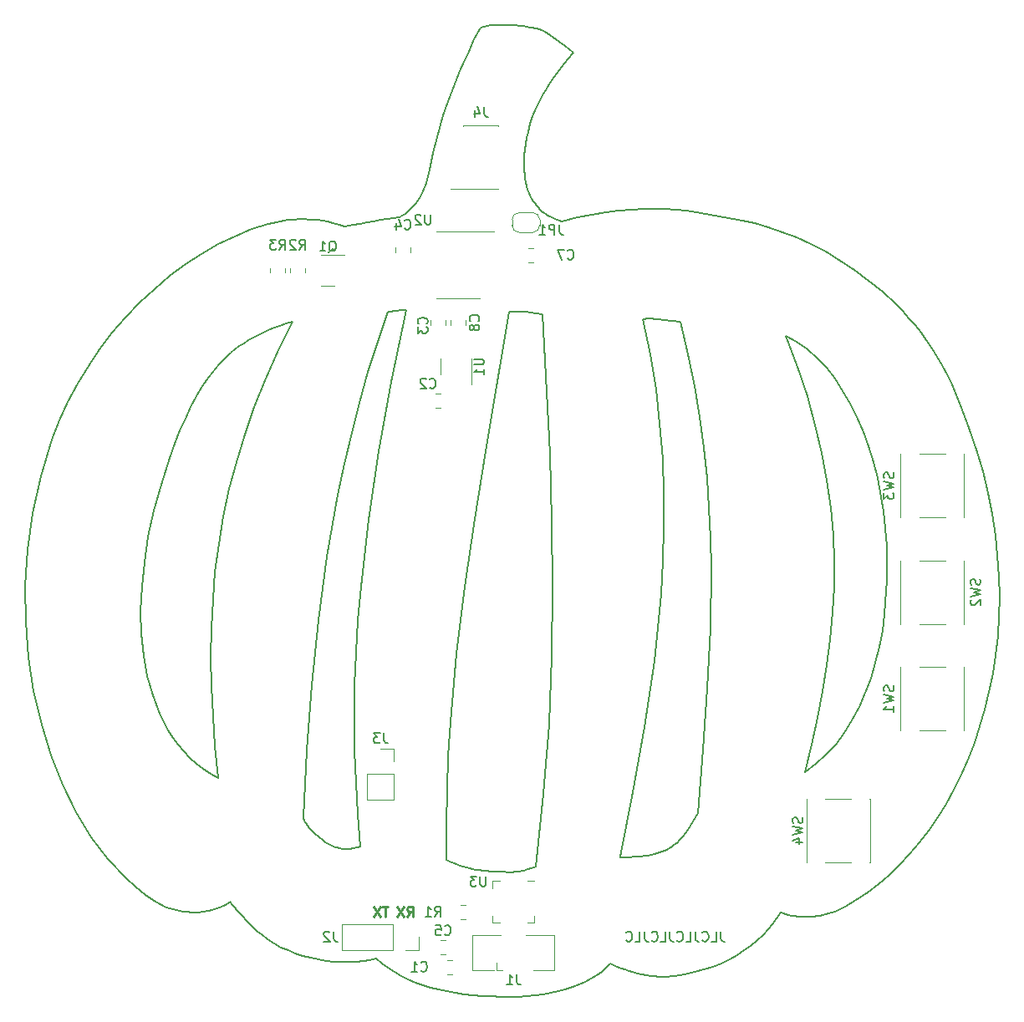
<source format=gbr>
%TF.GenerationSoftware,KiCad,Pcbnew,(6.0.7)*%
%TF.CreationDate,2022-10-09T21:09:45+01:00*%
%TF.ProjectId,Shocksoc-Pumpkin,53686f63-6b73-46f6-932d-50756d706b69,rev?*%
%TF.SameCoordinates,Original*%
%TF.FileFunction,Legend,Bot*%
%TF.FilePolarity,Positive*%
%FSLAX46Y46*%
G04 Gerber Fmt 4.6, Leading zero omitted, Abs format (unit mm)*
G04 Created by KiCad (PCBNEW (6.0.7)) date 2022-10-09 21:09:45*
%MOMM*%
%LPD*%
G01*
G04 APERTURE LIST*
%TA.AperFunction,Profile*%
%ADD10C,0.150000*%
%TD*%
%ADD11C,0.250000*%
%ADD12C,0.150000*%
%ADD13C,0.120000*%
G04 APERTURE END LIST*
D10*
X88189277Y-46285822D02*
X87886851Y-47554035D01*
X125789109Y-67477498D02*
X124735935Y-66723644D01*
X83358959Y-63667797D02*
X83281100Y-63689672D01*
X136064447Y-64298760D02*
X135427679Y-63596789D01*
X64579406Y-109966272D02*
X65309041Y-110450512D01*
X89223148Y-115660991D02*
X89248518Y-119217241D01*
X92683768Y-34827859D02*
X92683768Y-34827858D01*
X96672766Y-120360524D02*
X96826444Y-120330646D01*
X115209995Y-108049459D02*
X115650942Y-101819612D01*
X77126100Y-117480639D02*
X77297763Y-117580293D01*
X134773521Y-62921139D02*
X133419365Y-61648193D01*
X93293460Y-120310097D02*
X93692227Y-120342190D01*
X100557371Y-132518967D02*
X101284916Y-132321281D01*
X82549437Y-54369001D02*
X81883311Y-54477878D01*
X71200966Y-54746301D02*
X71200966Y-54746301D01*
X144508272Y-84166093D02*
X144082730Y-82002922D01*
X87638472Y-48821475D02*
X87564466Y-49212751D01*
X97124668Y-120252507D02*
X97443625Y-120149166D01*
X65785982Y-107710346D02*
X65568704Y-104615945D01*
X135132861Y-119709457D02*
X136152517Y-118618545D01*
X111561753Y-118131427D02*
X111781962Y-118014446D01*
X92059039Y-36066917D02*
X91394153Y-37479069D01*
X111288176Y-131020166D02*
X112349518Y-130931969D01*
X61191239Y-124110602D02*
X61546892Y-124216903D01*
X66234449Y-68952796D02*
X65872344Y-69363858D01*
X75102174Y-115615590D02*
X75158719Y-115693020D01*
X125509825Y-110298578D02*
X125509825Y-110298578D01*
X66635752Y-84406780D02*
X67225429Y-81626087D01*
X125188964Y-124959591D02*
X125425703Y-124969853D01*
X114353058Y-71158841D02*
X113708452Y-67946539D01*
X83309127Y-130147434D02*
X83956768Y-130571939D01*
X74921528Y-115340669D02*
X75003130Y-115470988D01*
X72385471Y-54479966D02*
X71995996Y-54554394D01*
X143553875Y-79816000D02*
X142918571Y-77607809D01*
X106833888Y-118884706D02*
X106833888Y-118884706D01*
X82102000Y-129168657D02*
X82102000Y-129168657D01*
X110264785Y-118603143D02*
X110552580Y-118524572D01*
X79703811Y-118036947D02*
X79909987Y-117996771D01*
X94102570Y-34608740D02*
X93748031Y-34645396D01*
X87291111Y-50274263D02*
X87185374Y-50592101D01*
X88536082Y-45028228D02*
X88189277Y-46285822D01*
X74804462Y-115125796D02*
X74855820Y-115225362D01*
X66308667Y-123986171D02*
X66614031Y-123849320D01*
X129104146Y-58445159D02*
X127623696Y-57578672D01*
X85786627Y-53042883D02*
X85531267Y-53308761D01*
X120080801Y-127869660D02*
X120709963Y-127348288D01*
X98257437Y-43116328D02*
X98597932Y-42392870D01*
X123053420Y-124488313D02*
X123185703Y-124544458D01*
X74765908Y-115042699D02*
X74804462Y-115125796D01*
X97359141Y-46051882D02*
X97491362Y-45404430D01*
X71786355Y-65267185D02*
X71222462Y-65491988D01*
X91881369Y-120110772D02*
X92213551Y-120172730D01*
X90921951Y-119866007D02*
X91238872Y-119958153D01*
X58754494Y-122711766D02*
X59777837Y-123394284D01*
X75558969Y-54319242D02*
X75241890Y-54300953D01*
X76413659Y-116966539D02*
X76413659Y-116966539D01*
X95051154Y-120407770D02*
X95051154Y-120407770D01*
X51732572Y-114362863D02*
X53268630Y-116883490D01*
X132876368Y-80528240D02*
X132462784Y-78899898D01*
X89324153Y-42590450D02*
X88917597Y-43792641D01*
X98792211Y-35092614D02*
X98676973Y-35045907D01*
X140626173Y-112075343D02*
X141374029Y-110566353D01*
X109750354Y-64354843D02*
X109136588Y-64369071D01*
X112937727Y-64675594D02*
X112937727Y-64675601D01*
X99610418Y-105434348D02*
X99900165Y-98521685D01*
X143771340Y-103945315D02*
X144206460Y-102156199D01*
X107257504Y-118929545D02*
X107430103Y-118925584D01*
X134078881Y-120722001D02*
X135132861Y-119709457D01*
X112886345Y-117171229D02*
X113188259Y-116841213D01*
X132686756Y-99247149D02*
X133079292Y-97640398D01*
X100947157Y-54481130D02*
X100947157Y-54481130D01*
X106821978Y-118914012D02*
X106834435Y-118916991D01*
X106812888Y-118893138D02*
X106808895Y-118895757D01*
X58372679Y-91535337D02*
X58277631Y-93953218D01*
X74914753Y-54289929D02*
X74578063Y-54286930D01*
X95051154Y-120407770D02*
X95375849Y-120417642D01*
X90280251Y-119646333D02*
X90603511Y-119762314D01*
X79950053Y-101503111D02*
X80074730Y-98198890D01*
X61042839Y-106035884D02*
X61532254Y-106805297D01*
X98965302Y-41697633D02*
X99350128Y-41035779D01*
X70679422Y-65730910D02*
X70156501Y-65984207D01*
X110965009Y-92300102D02*
X110668681Y-95685547D01*
X128093077Y-96799019D02*
X127749095Y-99441503D01*
X106813190Y-118910928D02*
X106821978Y-118914012D01*
X72979638Y-64858920D02*
X72371836Y-65056247D01*
X99459496Y-35450101D02*
X99177454Y-35285366D01*
X100134489Y-39832858D02*
X100875681Y-38825390D01*
X97953233Y-43862848D02*
X98257437Y-43116328D01*
X61179970Y-60038061D02*
X59639602Y-61334445D01*
X95527484Y-34574741D02*
X95169654Y-34566962D01*
X109136588Y-64369071D02*
X109136588Y-64369071D01*
X97336944Y-63688964D02*
X97101910Y-63664435D01*
X97694736Y-44627268D02*
X97953233Y-43862848D01*
X113971918Y-115727186D02*
X114210670Y-115319958D01*
X105409461Y-130144061D02*
X105837664Y-129724214D01*
X107430103Y-118925584D02*
X107640236Y-118918492D01*
X75358766Y-115944730D02*
X75436230Y-116034804D01*
X77222051Y-54539058D02*
X76716644Y-54449879D01*
X84483064Y-54083037D02*
X84482079Y-54088246D01*
X85337228Y-131300477D02*
X86068855Y-131608228D01*
X114687285Y-114461465D02*
X114687285Y-114461465D01*
X83281100Y-63689672D02*
X82243592Y-66725337D01*
X74708817Y-114889573D02*
X74708817Y-114889573D01*
X99695265Y-53994739D02*
X99499775Y-53882076D01*
X132993713Y-121653693D02*
X134078881Y-120722001D01*
X76951753Y-117369909D02*
X77126100Y-117480639D01*
X47436459Y-102123326D02*
X48204372Y-105451841D01*
X56794039Y-121085403D02*
X57759292Y-121940995D01*
X106834435Y-118916991D02*
X106851001Y-118919814D01*
X84479517Y-54098745D02*
X83201889Y-54270385D01*
X80535082Y-117808259D02*
X80250089Y-114565814D01*
X99754497Y-35636709D02*
X99459496Y-35450101D01*
X113374407Y-130783041D02*
X114361338Y-130577252D01*
X80549289Y-91522756D02*
X81310388Y-84735945D01*
X84483971Y-54077837D02*
X84483064Y-54083037D01*
X76272302Y-129288710D02*
X77061677Y-129412521D01*
X106804861Y-118904653D02*
X106807630Y-118907791D01*
X67225429Y-81626087D02*
X67941299Y-78846714D01*
X76149250Y-116742353D02*
X76277825Y-116853344D01*
X128490872Y-88883728D02*
X128471224Y-91530140D01*
X128471224Y-91530140D02*
X128336206Y-94165234D01*
X69168081Y-66534945D02*
X68701113Y-66832895D01*
X113466180Y-116489446D02*
X113725577Y-116117559D01*
X75703670Y-116322261D02*
X75805143Y-116423521D01*
X106367333Y-129943576D02*
X106958540Y-130165893D01*
X106805933Y-118898584D02*
X106804442Y-118901567D01*
X62792587Y-74461340D02*
X62256563Y-75709406D01*
X124541474Y-124892893D02*
X124746443Y-124920245D01*
X72179252Y-67574023D02*
X73610495Y-64674947D01*
X132014643Y-60478696D02*
X130572015Y-59411426D01*
X107010841Y-118929744D02*
X107118922Y-118930793D01*
X114515227Y-53549944D02*
X113521177Y-53420972D01*
X112376525Y-117621898D02*
X112554969Y-117477861D01*
X100947157Y-54481130D02*
X100622571Y-54388212D01*
X74578063Y-54286930D02*
X74232322Y-54292715D01*
X96975432Y-120294675D02*
X97124668Y-120252507D01*
X117079361Y-129657412D02*
X117899434Y-129262874D01*
X96331604Y-120402416D02*
X96509465Y-120384413D01*
X96248112Y-34621012D02*
X95886872Y-34592860D01*
X106851001Y-118919814D02*
X106872115Y-118922427D01*
X58277631Y-93953218D02*
X58341056Y-96276094D01*
X80535082Y-117808259D02*
X80535082Y-117808259D01*
X76160941Y-54374583D02*
X75558969Y-54319242D01*
X81310388Y-84735945D02*
X82341551Y-77813956D01*
X66609332Y-68558657D02*
X66234449Y-68952796D01*
X109470613Y-130868283D02*
X109934964Y-130945116D01*
X114879673Y-74320515D02*
X114353058Y-71158841D01*
X93212547Y-77752525D02*
X92093992Y-84638259D01*
X96523861Y-133057825D02*
X97377031Y-133011255D01*
X110825491Y-118437911D02*
X111084201Y-118343364D01*
X75003130Y-115470988D02*
X75050375Y-115541549D01*
X107118922Y-118930793D02*
X107257504Y-118929545D01*
X99911370Y-84917937D02*
X99697213Y-78073929D01*
X93393581Y-34693930D02*
X93038924Y-34754648D01*
X87564466Y-49212751D02*
X87481405Y-49585020D01*
X76595428Y-117113330D02*
X76774828Y-117247630D01*
X133394104Y-95989107D02*
X133632080Y-94301792D01*
X70132420Y-126454556D02*
X70497813Y-126762117D01*
X67762669Y-55989329D02*
X66068923Y-56816812D01*
X138076311Y-116211544D02*
X138974178Y-114900421D01*
X63240422Y-108845236D02*
X63889875Y-109430669D01*
X142918571Y-77607809D02*
X142173682Y-75380833D01*
X112554969Y-117477861D02*
X112886345Y-117171229D01*
X73933614Y-128666898D02*
X74702206Y-128916462D01*
X124166142Y-124827168D02*
X124541474Y-124892893D01*
X79621041Y-75934597D02*
X78897878Y-79042493D01*
X115832866Y-83581906D02*
X115611448Y-80524033D01*
X84486489Y-54064806D02*
X84485912Y-54067422D01*
X109961423Y-118673420D02*
X110264785Y-118603143D01*
X66078806Y-110881853D02*
X66078806Y-110881853D01*
X77632617Y-117748259D02*
X77795599Y-117817514D01*
X98470896Y-34983383D02*
X97717467Y-34827793D01*
X96623131Y-63659058D02*
X95596224Y-63673356D01*
X78853703Y-54980665D02*
X78396225Y-54829168D01*
X89248518Y-119217241D02*
X89606057Y-119374538D01*
X93788196Y-133017104D02*
X94761057Y-133056520D01*
X132462784Y-78899898D02*
X131981245Y-77320686D01*
X97345881Y-34762586D02*
X96977322Y-34706182D01*
X99017451Y-132825558D02*
X99800920Y-132687186D01*
X84479517Y-54098745D02*
X84479517Y-54098745D01*
X48204372Y-105451841D02*
X49185994Y-108619577D01*
X126641839Y-109475877D02*
X127688136Y-108531999D01*
X110024474Y-64361644D02*
X109750354Y-64354843D01*
X72371836Y-65056247D02*
X71786355Y-65267185D01*
X83448942Y-63647973D02*
X83358959Y-63667797D01*
X64074210Y-124496285D02*
X64609375Y-124444064D01*
X83281100Y-63689672D02*
X83281100Y-63689672D01*
X110434668Y-71508094D02*
X110848262Y-75035857D01*
X71995996Y-54554394D02*
X71600993Y-54642919D01*
X78704655Y-118056593D02*
X78978934Y-118080390D01*
X96134247Y-120414636D02*
X96331604Y-120402416D01*
X73610495Y-64674947D02*
X73610495Y-64674947D01*
X83956768Y-130571939D02*
X84633001Y-130955667D01*
X126747983Y-124892360D02*
X127037317Y-124845033D01*
X123346194Y-124604236D02*
X123565259Y-124675904D01*
X110396612Y-130998923D02*
X110624577Y-131015841D01*
X98914553Y-35148601D02*
X98792211Y-35092614D01*
X84487831Y-54059549D02*
X84487125Y-54062182D01*
X93692227Y-120342190D02*
X94115896Y-120368672D01*
X70497813Y-126762117D02*
X71110469Y-127232547D01*
X87073573Y-50892660D02*
X86956457Y-51176371D01*
X102086924Y-37388533D02*
X102086924Y-37388533D01*
X112494946Y-53318635D02*
X111431300Y-53248295D01*
X99108596Y-53616443D02*
X98915365Y-53461888D01*
X144082730Y-82002922D02*
X143553875Y-79816000D01*
X80275162Y-94873126D02*
X80549289Y-91522756D01*
X100358650Y-36051143D02*
X100056275Y-35839089D01*
X75220204Y-115773747D02*
X75286822Y-115857681D01*
X75158719Y-115693020D02*
X75220204Y-115773747D01*
X109641809Y-118735198D02*
X109961423Y-118673420D01*
X73145827Y-54370364D02*
X72768916Y-54418875D01*
X97491362Y-45404430D02*
X97491362Y-45404430D01*
X108120416Y-130542872D02*
X108557433Y-130662837D01*
X130742353Y-123264594D02*
X131880491Y-122502052D01*
X81476404Y-129318534D02*
X82102000Y-129168657D01*
X130137777Y-72962980D02*
X129393297Y-71665440D01*
X81883311Y-54477878D02*
X81200076Y-54598314D01*
X49258614Y-76628694D02*
X48125999Y-80313733D01*
X124735935Y-66723644D02*
X123623686Y-66104074D01*
X129582434Y-123938836D02*
X130742353Y-123264594D01*
X122282520Y-125667447D02*
X122696719Y-125081158D01*
X95169654Y-34566962D02*
X94813088Y-34569830D01*
X123623686Y-66104074D02*
X123623686Y-66104074D01*
X110552580Y-118524572D02*
X110825491Y-118437911D01*
X79237445Y-118082532D02*
X79479350Y-118066792D01*
X140342604Y-70880453D02*
X140342604Y-70880453D01*
X127637622Y-124711616D02*
X127947782Y-124623792D01*
X127270590Y-77984753D02*
X127785009Y-80776512D01*
X75241890Y-54300953D02*
X74914753Y-54289929D01*
X87638472Y-48821475D02*
X87638472Y-48821475D01*
X93038924Y-34754648D02*
X92683768Y-34827859D01*
X79768534Y-54879057D02*
X79013354Y-55041959D01*
X62563146Y-124430665D02*
X62884236Y-124470196D01*
X97254705Y-46667940D02*
X97359141Y-46051882D01*
X98208858Y-132933707D02*
X99017451Y-132825558D01*
X105837664Y-129724214D02*
X105837664Y-129724214D01*
X115650942Y-101819612D02*
X115945091Y-95707812D01*
X66614031Y-123849320D02*
X66867962Y-123719467D01*
X131981245Y-77320686D02*
X131432639Y-75799118D01*
X127749095Y-99441503D02*
X127311521Y-102102693D01*
X73515700Y-54333673D02*
X73145827Y-54370364D01*
X101498372Y-38054658D02*
X102086924Y-37388533D01*
X112349518Y-130931969D02*
X113374407Y-130783041D01*
X108951094Y-118832445D02*
X109305260Y-118788275D01*
X114687285Y-114461465D02*
X115209995Y-108049459D01*
X70902338Y-70432317D02*
X72179252Y-67574023D01*
X131033923Y-103715009D02*
X131664959Y-102292970D01*
X99697213Y-78073929D02*
X98990344Y-63919332D01*
X64537022Y-71182438D02*
X63926944Y-72199895D01*
X124788314Y-69201306D02*
X125779501Y-72207157D01*
X114361338Y-130577252D02*
X115308810Y-130318471D01*
X136152517Y-118618545D02*
X137134712Y-117451746D01*
X101981662Y-132094503D02*
X102645718Y-131839012D01*
X121287639Y-126804882D02*
X121812326Y-126243312D01*
X97362367Y-50930451D02*
X97272030Y-50561288D01*
X123623686Y-66104074D02*
X124788314Y-69201306D01*
X145067548Y-96507319D02*
X145196034Y-94538790D01*
X71600993Y-54642919D02*
X71200966Y-54746301D01*
X144569625Y-100318506D02*
X144857700Y-98434719D01*
X87481405Y-49585020D02*
X87390038Y-49938713D01*
X74738612Y-114976799D02*
X74765908Y-115042699D01*
X94115896Y-120368672D02*
X95051154Y-120407770D01*
X145196375Y-90488273D02*
X145061958Y-88411251D01*
X107963535Y-53282898D02*
X106697893Y-53394186D01*
X98915365Y-53461888D02*
X98725345Y-53291785D01*
X71766442Y-127657677D02*
X72459668Y-128038069D01*
X83659330Y-63613628D02*
X83549562Y-63629988D01*
X108578625Y-118867505D02*
X108951094Y-118832445D01*
X65550942Y-124248970D02*
X65953697Y-124122046D01*
X92683768Y-34827859D02*
X92683768Y-34827859D01*
X95596224Y-63673356D02*
X93212547Y-77752525D01*
X110325005Y-53215316D02*
X109170828Y-53225063D01*
X64402187Y-57772155D02*
X62770017Y-58848268D01*
X115945091Y-95707812D02*
X116027410Y-89649948D01*
X86834774Y-51443666D02*
X86580697Y-51930736D01*
X123233495Y-55565649D02*
X121829352Y-55086043D01*
X122696719Y-125081158D02*
X123053420Y-124488313D01*
X97866402Y-52180314D02*
X97721447Y-51900282D01*
X77061677Y-129412521D02*
X77845849Y-129495542D01*
X140342604Y-70880453D02*
X139901939Y-69962404D01*
X67545951Y-123719744D02*
X67806543Y-124051776D01*
X126143330Y-56810740D02*
X124675709Y-56140140D01*
X99088318Y-112522821D02*
X99610418Y-105434348D01*
X96611498Y-34658888D02*
X96248112Y-34621012D01*
X128913423Y-124265453D02*
X129245674Y-124111495D01*
X144857700Y-98434719D02*
X145067548Y-96507319D01*
X65953697Y-124122046D02*
X66308667Y-123986171D01*
X76774828Y-117247630D02*
X76951753Y-117369909D01*
X58944191Y-100587747D02*
X59484331Y-102551977D01*
X46599554Y-95093806D02*
X46896703Y-98661494D01*
X111288176Y-131020166D02*
X111288176Y-131020166D01*
X124962409Y-124942767D02*
X125188964Y-124959591D01*
X106804442Y-118901567D02*
X106804861Y-118904653D01*
X109136588Y-64369071D02*
X109867470Y-67952856D01*
X50011843Y-74692027D02*
X49258614Y-76628694D01*
X63347423Y-73292183D02*
X62792587Y-74461340D01*
X63926944Y-72199895D02*
X63347423Y-73292183D01*
X79903191Y-104788850D02*
X79950053Y-101503111D01*
X127311521Y-102102693D02*
X126787612Y-104792596D01*
X90173716Y-40331815D02*
X89746083Y-41433045D01*
X90255258Y-98313130D02*
X89635802Y-105186706D01*
X129245674Y-124111495D02*
X129582434Y-123938836D01*
X61532254Y-106805297D02*
X62061638Y-107531016D01*
X99177454Y-35285366D02*
X98914553Y-35148601D01*
X107704324Y-130417177D02*
X108120416Y-130542872D01*
X89257446Y-132505830D02*
X90117136Y-132656174D01*
X95912460Y-120421179D02*
X96134247Y-120414636D01*
X101284916Y-132321281D02*
X101981662Y-132094503D01*
X100056275Y-35839089D02*
X99754497Y-35636709D01*
X46559461Y-91447724D02*
X46599554Y-95093806D01*
X127623696Y-57578672D02*
X126143330Y-56810740D01*
X145061958Y-88411251D02*
X144833636Y-86303030D01*
X132215607Y-100800845D02*
X132686756Y-99247149D01*
X58625984Y-89034726D02*
X58372679Y-91535337D01*
X115968810Y-86621206D02*
X115832866Y-83581906D01*
X141374029Y-110566353D02*
X142065610Y-108996372D01*
X80496296Y-54731608D02*
X79768534Y-54879057D01*
X87611926Y-132119992D02*
X88422177Y-132327722D01*
X86956457Y-51176371D02*
X86834774Y-51443666D01*
X123565259Y-124675904D02*
X123839656Y-124752527D01*
X75483791Y-129123545D02*
X76272302Y-129288710D01*
X79013354Y-55041959D02*
X78853703Y-54980665D01*
X77795599Y-117817514D02*
X77955478Y-117877581D01*
X84484890Y-54072636D02*
X84483971Y-54077837D01*
X73878033Y-54308043D02*
X73515700Y-54333673D01*
X89423084Y-108651001D02*
X89283435Y-112140670D01*
X98569610Y-35009243D02*
X98470896Y-34983383D01*
X84688132Y-63515661D02*
X84160099Y-63560175D01*
X66068923Y-56816812D02*
X64402187Y-57772155D01*
X50882756Y-72798144D02*
X50011843Y-74692027D01*
X51863798Y-70954134D02*
X50882756Y-72798144D01*
X108143107Y-112334745D02*
X106833888Y-118884706D01*
X125509825Y-110298578D02*
X125509825Y-110298578D01*
X85070440Y-53703992D02*
X84876939Y-53840254D01*
X141316071Y-73137553D02*
X140342604Y-70880453D01*
X97272030Y-50561288D02*
X97198420Y-50167861D01*
X91238872Y-119958153D02*
X91557577Y-120039494D01*
X106808895Y-118895757D02*
X106805933Y-118898584D01*
X67817991Y-67475233D02*
X67400369Y-67820131D01*
X46790871Y-87750710D02*
X46559461Y-91447724D01*
X126192976Y-124952584D02*
X126466401Y-124927921D01*
X87390038Y-49938713D02*
X87291111Y-50274263D01*
X65567602Y-92840991D02*
X65812466Y-90005811D01*
X133496117Y-83898251D02*
X132876368Y-80528240D01*
X129527134Y-106314768D02*
X130321611Y-105058447D01*
X59639602Y-61334445D02*
X58156469Y-62730330D01*
X75436230Y-116034804D02*
X75519406Y-116127811D01*
X128585303Y-70459606D02*
X127714681Y-69353994D01*
X89283435Y-112140670D02*
X89223148Y-115660991D01*
X58341056Y-96276094D02*
X58563171Y-98491695D01*
X112937727Y-64675594D02*
X112937727Y-64675594D01*
X144833636Y-86303030D02*
X144508272Y-84166093D01*
X53268630Y-116883490D02*
X54960602Y-119133491D01*
X80097041Y-117950039D02*
X80264134Y-117900526D01*
X119401657Y-128365128D02*
X120080801Y-127869660D01*
X95596224Y-63673356D02*
X95596224Y-63673356D01*
X106697893Y-53394186D02*
X105368667Y-53564289D01*
X109170828Y-53225063D02*
X107963535Y-53282898D01*
X123185703Y-124544458D02*
X123346194Y-124604236D01*
X99350128Y-41035779D02*
X99742996Y-40412467D01*
X86827286Y-131880780D02*
X87611926Y-132119992D01*
X123053420Y-124488313D02*
X123053420Y-124488313D01*
X129393297Y-71665440D02*
X128585303Y-70459606D01*
X89606057Y-119374538D02*
X89948867Y-119517322D01*
X126782321Y-68357120D02*
X125789109Y-67477498D01*
X84593677Y-54007349D02*
X84488619Y-54056905D01*
X76277825Y-116853344D02*
X76413659Y-116966539D01*
X65383296Y-98624779D02*
X65426421Y-95711173D01*
X65812466Y-90005811D02*
X66166640Y-87197214D01*
X119185927Y-54406591D02*
X119185927Y-54406591D01*
X94761057Y-133056520D02*
X95651239Y-133073039D01*
X142697779Y-107367884D02*
X143267401Y-105683371D01*
X57759292Y-121940995D02*
X58754494Y-122711766D01*
X108187170Y-118893251D02*
X108578625Y-118867505D01*
X49185994Y-108619577D02*
X50366877Y-111599071D01*
X56738128Y-64218626D02*
X55392133Y-65792245D01*
X75571112Y-101456683D02*
X75067681Y-108109030D01*
X106929744Y-118926817D02*
X107010841Y-118929744D01*
X75519406Y-116127811D02*
X75608488Y-116223660D01*
X113188259Y-116841213D02*
X113466180Y-116489446D01*
X87185374Y-50592101D02*
X87073573Y-50892660D01*
X75067681Y-108109030D02*
X74708817Y-114889573D01*
X125425703Y-124969853D02*
X125672222Y-124972683D01*
X111168219Y-88893620D02*
X110965009Y-92300102D01*
X59037330Y-86463656D02*
X58625984Y-89034726D01*
X133079292Y-97640398D02*
X133394104Y-95989107D01*
X128586088Y-124401577D02*
X128913423Y-124265453D01*
X65183531Y-70237772D02*
X64537022Y-71182438D01*
X104422836Y-130904030D02*
X104937221Y-130537459D01*
X106958540Y-130165893D02*
X107315063Y-130290076D01*
X139825178Y-113520860D02*
X140626173Y-112075343D01*
X106807630Y-118907791D02*
X106813190Y-118910928D01*
X72459668Y-128038069D02*
X73184080Y-128374288D01*
X69462479Y-125845868D02*
X69787150Y-126148287D01*
X78415447Y-118007364D02*
X78704655Y-118056593D01*
X97443625Y-120149166D02*
X97822797Y-120019795D01*
X126466401Y-124927921D02*
X126747983Y-124892360D01*
X123839656Y-124752527D02*
X124166142Y-124827168D01*
X69475869Y-55296796D02*
X67762669Y-55989329D01*
X65309041Y-110450512D02*
X66078806Y-110881853D01*
X109009467Y-130772749D02*
X109470613Y-130868283D01*
X99499775Y-53882076D02*
X99303809Y-53756242D01*
X130817854Y-74343711D02*
X130137777Y-72962980D01*
X126787612Y-104792596D02*
X126184627Y-107521222D01*
X125779501Y-72207157D02*
X126604507Y-75131637D01*
X97106294Y-49305047D02*
X97090236Y-48834076D01*
X106833888Y-118884706D02*
X106822210Y-118888731D01*
X110624577Y-131015841D02*
X110849652Y-131025381D01*
X59484331Y-102551977D02*
X60183809Y-104372114D01*
X68701113Y-66832895D02*
X68251328Y-67146240D01*
X79479350Y-118066792D02*
X79703811Y-118036947D01*
X80074730Y-98198890D02*
X80275162Y-94873126D01*
X84487125Y-54062182D02*
X84486489Y-54064806D01*
X89746083Y-41433045D02*
X89324153Y-42590450D01*
X110849652Y-131025381D02*
X111071097Y-131027003D01*
X98301672Y-119863565D02*
X99088318Y-112522821D01*
X120709963Y-127348288D02*
X121287639Y-126804882D01*
X84488619Y-54056905D02*
X84488619Y-54056905D01*
X84480260Y-54096107D02*
X84479517Y-54098745D01*
X98021940Y-52440043D02*
X97866402Y-52180314D01*
X117899434Y-129262874D02*
X118674034Y-128830822D01*
X50366877Y-111599071D02*
X51732572Y-114362863D01*
X112937727Y-64675601D02*
X111276865Y-64479947D01*
X139901939Y-69962404D02*
X139431222Y-69071901D01*
X128155024Y-83516922D02*
X128387891Y-86215992D01*
X111990705Y-117890395D02*
X112188665Y-117759477D01*
X76413659Y-116966539D02*
X76595428Y-117113330D01*
X67973690Y-124255566D02*
X68164769Y-124481125D01*
X62770017Y-58848268D02*
X61179970Y-60038061D01*
X99989752Y-91708369D02*
X99911370Y-84917937D01*
X142065610Y-108996372D02*
X142697779Y-107367884D01*
X61217459Y-78450418D02*
X60333284Y-81159229D01*
X61546892Y-124216903D02*
X61894246Y-124305015D01*
X116027410Y-89649948D02*
X115968810Y-86621206D01*
X89248518Y-119217241D02*
X89248518Y-119217241D01*
X65432600Y-101590230D02*
X65383296Y-98624779D01*
X98186832Y-52680263D02*
X98021940Y-52440043D01*
X98676973Y-35045907D02*
X98569610Y-35009243D01*
X91000652Y-132780615D02*
X91907398Y-132881011D01*
X109934964Y-130945116D02*
X110396612Y-130998923D01*
X110740972Y-64420675D02*
X110339094Y-64382414D01*
X137279481Y-65782278D02*
X136682242Y-65027205D01*
X73610495Y-64674947D02*
X73610495Y-64674947D01*
X61733478Y-77038419D02*
X61217459Y-78450418D01*
X62884236Y-124470196D02*
X63498556Y-124507653D01*
X138932034Y-68208789D02*
X138405960Y-67372917D01*
X131432639Y-75799118D02*
X130817854Y-74343711D01*
X106898216Y-118924778D02*
X106929744Y-118926817D01*
X75805143Y-116423521D02*
X75913103Y-116527351D01*
X91557577Y-120039494D02*
X91881369Y-120110772D01*
X116215319Y-130010568D02*
X117079361Y-129657412D01*
X98359849Y-52901765D02*
X98186832Y-52680263D01*
X114210670Y-115319958D02*
X114687285Y-114461465D01*
X77673134Y-54636047D02*
X77222051Y-54539058D01*
X92836777Y-132959221D02*
X93788196Y-133017104D01*
X78618754Y-129538337D02*
X79374327Y-129541470D01*
X91007420Y-38343438D02*
X90597384Y-39298150D01*
X111084201Y-118343364D02*
X111329394Y-118241135D01*
X87886851Y-47554035D02*
X87638472Y-48821475D01*
X80051149Y-111317139D02*
X79936202Y-108059172D01*
X83549562Y-63629988D02*
X83448942Y-63647973D01*
X139431222Y-69071901D02*
X138932034Y-68208789D01*
X145240021Y-92531613D02*
X145196375Y-90488273D01*
X70156501Y-65984207D02*
X69652966Y-66252134D01*
X111071097Y-131027003D02*
X111288176Y-131020166D01*
X86050641Y-52726890D02*
X85786627Y-53042883D01*
X84932598Y-63492489D02*
X84688132Y-63515661D01*
X86580697Y-51930736D02*
X86317325Y-52357326D01*
X74721029Y-114928826D02*
X74738612Y-114976799D01*
X130572015Y-59411426D02*
X129104146Y-58445159D01*
X138974178Y-114900421D02*
X139825178Y-113520860D01*
X78065868Y-54734775D02*
X77673134Y-54636047D01*
X49258614Y-76628694D02*
X49258614Y-76628694D01*
X62256563Y-75709406D02*
X61733478Y-77038419D01*
X133833389Y-87362595D02*
X133496117Y-83898251D01*
X62061638Y-107531016D02*
X62631018Y-108211507D01*
X65522282Y-69792098D02*
X65183531Y-70237772D01*
X52947412Y-69167088D02*
X51863798Y-70954134D01*
X118674034Y-128830822D02*
X119401657Y-128365128D01*
X89948867Y-119517322D02*
X90280251Y-119646333D01*
X47308234Y-84030226D02*
X46790871Y-87750710D01*
X60827516Y-123985116D02*
X60827516Y-123985116D01*
X54960602Y-119133491D02*
X56794039Y-121085403D01*
X68616818Y-124987312D02*
X68876837Y-125262821D01*
X61217459Y-78450418D02*
X61217459Y-78450418D01*
X107315063Y-130290076D02*
X107704324Y-130417177D01*
X100266592Y-54261622D02*
X99889050Y-54095023D01*
X98990344Y-63919332D02*
X98990344Y-63919332D01*
X98539763Y-53105342D02*
X98359849Y-52901765D01*
X131664959Y-102292970D02*
X132215607Y-100800845D01*
X111329394Y-118241135D02*
X111561753Y-118131427D01*
X110668681Y-95685547D02*
X110289316Y-99051026D01*
X121829352Y-55086043D02*
X120475942Y-54700098D01*
X135427679Y-63596789D02*
X134773521Y-62921139D01*
X97124273Y-47809043D02*
X97176825Y-47253396D01*
X105837664Y-129724214D02*
X106367333Y-129943576D01*
X115611448Y-80524033D02*
X115296426Y-77439574D01*
X95886872Y-34592860D02*
X95527484Y-34574741D01*
X133632080Y-94301792D02*
X133881078Y-90853150D01*
X91907398Y-132881011D02*
X92836777Y-132959221D01*
X107891419Y-118907854D02*
X108187170Y-118893251D01*
X131880491Y-122502052D02*
X132993713Y-121653693D01*
X85531267Y-53308761D02*
X85290544Y-53527979D01*
X95651239Y-133073039D02*
X96523861Y-133057825D01*
X90117136Y-132656174D02*
X91000652Y-132780615D01*
X66867962Y-123719467D02*
X67214238Y-123512658D01*
X108557433Y-130662837D02*
X109009467Y-130772749D01*
X105368667Y-53564289D02*
X103970625Y-53798572D01*
X78244075Y-82171489D02*
X77129782Y-88497646D01*
X100622571Y-54388212D02*
X100266592Y-54261622D01*
X112188665Y-117759477D02*
X112376525Y-117621898D01*
X65102227Y-124358968D02*
X65550942Y-124248970D01*
X79374327Y-129541470D02*
X80106503Y-129505505D01*
X115482329Y-53700187D02*
X114515227Y-53549944D01*
X68876837Y-125262821D02*
X69158882Y-125549859D01*
X86317325Y-52357326D02*
X86050641Y-52726890D01*
X67941299Y-78846714D02*
X68788989Y-76060242D01*
X137134712Y-117451746D02*
X138076311Y-116211544D01*
X97198420Y-50167861D02*
X97142765Y-49749378D01*
X92557425Y-120226109D02*
X92916294Y-120271651D01*
X86068855Y-131608228D02*
X86827286Y-131880780D01*
X96890798Y-63656394D02*
X96623131Y-63659058D01*
X54126043Y-67444095D02*
X52947412Y-69167088D01*
X69158882Y-125549859D02*
X69462479Y-125845868D01*
X81290207Y-69777235D02*
X80417254Y-72846583D01*
X106822210Y-118888731D02*
X106812888Y-118893138D01*
X119185927Y-54406591D02*
X117356622Y-54043029D01*
X92093992Y-84638259D02*
X91091442Y-91477721D01*
X124746443Y-124920245D02*
X124962409Y-124942767D01*
X71200966Y-54746301D02*
X69475869Y-55296796D01*
X77466637Y-117669342D02*
X77632617Y-117748259D01*
X109321799Y-105726379D02*
X108143107Y-112334745D01*
X61894246Y-124305015D02*
X62233073Y-124375937D01*
X62233073Y-124375937D02*
X62563146Y-124430665D01*
X108187170Y-118893251D02*
X108187170Y-118893251D01*
X97095819Y-48335672D02*
X97124273Y-47809043D01*
X76027740Y-116633659D02*
X76149250Y-116742353D01*
X77297763Y-117580293D02*
X77466637Y-117669342D01*
X79909987Y-117996771D02*
X80097041Y-117950039D01*
X97588304Y-51599156D02*
X97468201Y-51276143D01*
X84876939Y-53840254D02*
X84593677Y-54007349D01*
X73184080Y-128374288D02*
X73933614Y-128666898D01*
X115308810Y-130318471D02*
X116215319Y-130010568D01*
X94761057Y-133056520D02*
X94761057Y-133056520D01*
X111276865Y-64479947D02*
X110740972Y-64420675D01*
X84482079Y-54088246D02*
X84480927Y-54093479D01*
X63889875Y-109430669D02*
X64579406Y-109966272D01*
X92213551Y-120172730D02*
X92557425Y-120226109D01*
X60333284Y-81159229D02*
X59606502Y-83834399D01*
X101207537Y-36684349D02*
X100655439Y-36266770D01*
X88422177Y-132327722D02*
X89257446Y-132505830D01*
X80264134Y-117900526D02*
X80535082Y-117808259D01*
X89635802Y-105186706D02*
X89423084Y-108651001D01*
X128336206Y-94165234D02*
X128093077Y-96799019D01*
X98725345Y-53291785D02*
X98539763Y-53105342D01*
X133419365Y-61648193D02*
X132014643Y-60478696D01*
X115296426Y-77439574D02*
X114879673Y-74320515D01*
X58563171Y-98491695D02*
X58944191Y-100587747D01*
X76248637Y-94922799D02*
X75571112Y-101456683D01*
X77845849Y-129495542D02*
X78618754Y-129538337D01*
X107640236Y-118918492D02*
X107891419Y-118907854D01*
X91091442Y-91477721D02*
X90255258Y-98313130D01*
X130321611Y-105058447D02*
X131033923Y-103715009D01*
X68164769Y-124481125D02*
X68379304Y-124725894D01*
X111118333Y-78537219D02*
X111254962Y-82013251D01*
X99742996Y-40412467D02*
X100134489Y-39832858D01*
X68251328Y-67146240D02*
X67817991Y-67475233D01*
X84488619Y-54056905D02*
X84487831Y-54059549D01*
X68788989Y-76060242D02*
X69774126Y-73258250D01*
X97142765Y-49749378D02*
X97106294Y-49305047D01*
X62631018Y-108211507D02*
X63240422Y-108845236D01*
X83900352Y-63584931D02*
X83659330Y-63613628D01*
X99900165Y-98521685D02*
X99989752Y-91708369D01*
X80417254Y-72846583D02*
X79621041Y-75934597D01*
X69774126Y-73258250D02*
X70902338Y-70432317D01*
X95375849Y-120417642D02*
X95661305Y-120422146D01*
X65426421Y-95711173D02*
X65567602Y-92840991D01*
X75050375Y-115541549D02*
X75102174Y-115615590D01*
X98990344Y-63919328D02*
X97676376Y-63735766D01*
X63498556Y-124507653D02*
X64074210Y-124496285D01*
X101663118Y-37043032D02*
X101207537Y-36684349D01*
X59777837Y-123394284D02*
X60827516Y-123985116D01*
X128264072Y-124520734D02*
X128586088Y-124401577D01*
X97491362Y-45404430D02*
X97694736Y-44627268D01*
X74855820Y-115225362D02*
X74921528Y-115340669D01*
X85290544Y-53527979D02*
X85070440Y-53703992D01*
X78112149Y-117928930D02*
X78415447Y-118007364D01*
X103275193Y-131555184D02*
X103868196Y-131243398D01*
X67806543Y-124051776D02*
X67973690Y-124255566D01*
X102645718Y-131839012D02*
X103275193Y-131555184D01*
X138405960Y-67372917D02*
X137854581Y-66564131D01*
X137854581Y-66564131D02*
X137279481Y-65782278D01*
X125672222Y-124972683D02*
X125928115Y-124967216D01*
X80106503Y-129505505D02*
X80809217Y-129431005D01*
X68379304Y-124725894D02*
X68616818Y-124987312D01*
X109867470Y-67952856D02*
X110434668Y-71508094D01*
X80250089Y-114565814D02*
X80051149Y-111317139D01*
X82102000Y-129168657D02*
X82690672Y-129680293D01*
X127785009Y-80776512D02*
X128155024Y-83516922D01*
X121812326Y-126243312D02*
X122282520Y-125667447D01*
X129582434Y-123938836D02*
X129582434Y-123938836D01*
X128649605Y-107475457D02*
X129527134Y-106314768D01*
X110848262Y-75035857D02*
X111118333Y-78537219D01*
X127037317Y-124845033D02*
X127333999Y-124785074D01*
X96509465Y-120384413D02*
X96672766Y-120360524D01*
X111254962Y-82013251D02*
X111268230Y-85465027D01*
X77955478Y-117877581D02*
X78112149Y-117928930D01*
X98597932Y-42392870D02*
X98965302Y-41697633D01*
X125509825Y-110298578D02*
X126641839Y-109475877D01*
X83201889Y-54270385D02*
X82549437Y-54369001D01*
X79013354Y-55041959D02*
X79013354Y-55041959D01*
X67332905Y-123429544D02*
X67332905Y-123429544D01*
X143267401Y-105683371D02*
X143771340Y-103945315D01*
X97822797Y-120019795D02*
X98301672Y-119863565D01*
X67400369Y-67820131D02*
X66997727Y-68181187D01*
X99889050Y-54095023D02*
X99695265Y-53994739D01*
X99800920Y-132687186D02*
X100557371Y-132518967D01*
X127947782Y-124623792D02*
X128264072Y-124520734D01*
X127333999Y-124785074D02*
X127637622Y-124711616D01*
X145196034Y-94538790D02*
X145240021Y-92531613D01*
X74708817Y-114889573D02*
X74721029Y-114928826D01*
X106872115Y-118922427D02*
X106898216Y-118924778D01*
X79936202Y-108059172D02*
X79903191Y-104788850D01*
X81200076Y-54598314D02*
X80496296Y-54731608D01*
X73610495Y-64674947D02*
X72979638Y-64858920D01*
X74232322Y-54292715D02*
X73878033Y-54308043D01*
X113725577Y-116117559D02*
X113971918Y-115727186D01*
X98470896Y-34983383D02*
X98470896Y-34983383D01*
X69652966Y-66252134D02*
X69168081Y-66534945D01*
X128387891Y-86215992D02*
X128490872Y-88883728D01*
X136682242Y-65027205D02*
X136064447Y-64298760D01*
X80809217Y-129431005D02*
X81476404Y-129318534D01*
X71222462Y-65491988D02*
X70679422Y-65730910D01*
X120475942Y-54700098D02*
X119185927Y-54406591D01*
X113708452Y-67946539D02*
X112937727Y-64675594D01*
X97721447Y-51900282D02*
X97588304Y-51599156D01*
X59606502Y-83834399D02*
X59037330Y-86463656D01*
X97468201Y-51276143D02*
X97362367Y-50930451D01*
X94813088Y-34569830D02*
X94457491Y-34583654D01*
X111431300Y-53248295D02*
X110325005Y-53215316D01*
X55392133Y-65792245D02*
X54126043Y-67444095D01*
X96826444Y-120330646D02*
X96975432Y-120294675D01*
X78897878Y-79042493D02*
X78244075Y-82171489D01*
X65568704Y-104615945D02*
X65432600Y-101590230D01*
X110339094Y-64382414D02*
X110024474Y-64361644D01*
X100875681Y-38825390D02*
X101498372Y-38054658D01*
X75608488Y-116223660D02*
X75703670Y-116322261D01*
X126604507Y-75131637D02*
X127270590Y-77984753D01*
X98990344Y-63919332D02*
X98990344Y-63919328D01*
X144206460Y-102156199D02*
X144569625Y-100318506D01*
X99303809Y-53756242D02*
X99108596Y-53616443D01*
X103868196Y-131243398D02*
X104422836Y-130904030D01*
X82690672Y-129680293D02*
X83309127Y-130147434D01*
X48125999Y-80313733D02*
X47308234Y-84030226D01*
X67214238Y-123512658D02*
X67332905Y-123429544D01*
X97176825Y-47253396D02*
X97254705Y-46667940D01*
X97090236Y-48834076D02*
X97095819Y-48335672D01*
X84633001Y-130955667D02*
X85337228Y-131300477D01*
X111781962Y-118014446D02*
X111990705Y-117890395D01*
X111268230Y-85465027D02*
X111168219Y-88893620D01*
X98301672Y-119863565D02*
X98301672Y-119863565D01*
X72768916Y-54418875D02*
X72385471Y-54479966D01*
X100655439Y-36266770D02*
X100358650Y-36051143D01*
X66166640Y-87197214D02*
X66635752Y-84406780D01*
X127714681Y-69353994D02*
X126782321Y-68357120D01*
X78978934Y-118080390D02*
X79237445Y-118082532D01*
X110289316Y-99051026D02*
X109321799Y-105726379D01*
X97101910Y-63664435D02*
X96890798Y-63656394D01*
X84485912Y-54067422D02*
X84484890Y-54072636D01*
X102086924Y-37388533D02*
X101663118Y-37043032D01*
X93748031Y-34645396D02*
X93393581Y-34693930D01*
X92916294Y-120271651D02*
X93293460Y-120310097D01*
X58156469Y-62730330D02*
X56738128Y-64218626D01*
X76716644Y-54449879D02*
X76160941Y-54374583D01*
X82243592Y-66725337D02*
X81290207Y-69777235D01*
X126184627Y-107521222D02*
X125509825Y-110298578D01*
X142173682Y-75380833D02*
X141316071Y-73137553D01*
X60827516Y-123985116D02*
X61191239Y-124110602D01*
X97717467Y-34827793D02*
X97345881Y-34762586D01*
X90597384Y-39298150D02*
X90173716Y-40331815D01*
X97377031Y-133011255D02*
X98208858Y-132933707D01*
X95661305Y-120422146D02*
X95912460Y-120421179D01*
X60183809Y-104372114D02*
X61042839Y-106035884D01*
X109305260Y-118788275D02*
X109641809Y-118735198D01*
X66078806Y-110881853D02*
X65785982Y-107710346D01*
X78396225Y-54829168D02*
X78065868Y-54734775D01*
X71110469Y-127232547D02*
X71766442Y-127657677D01*
X77129782Y-88497646D02*
X76248637Y-94922799D01*
X91394153Y-37479069D02*
X91007420Y-38343438D01*
X75286822Y-115857681D02*
X75358766Y-115944730D01*
X88917597Y-43792641D02*
X88536082Y-45028228D01*
X74702206Y-128916462D02*
X75483791Y-129123545D01*
X113521177Y-53420972D02*
X112494946Y-53318635D01*
X104937221Y-130537459D02*
X105409461Y-130144061D01*
X84160099Y-63560175D02*
X83900352Y-63584931D01*
X127688136Y-108531999D02*
X128649605Y-107475457D01*
X90603511Y-119762314D02*
X90921951Y-119866007D01*
X65872344Y-69363858D02*
X65522282Y-69792098D01*
X117356622Y-54043029D02*
X115482329Y-53700187D01*
X75913103Y-116527351D02*
X76027740Y-116633659D01*
X94457491Y-34583654D02*
X94102570Y-34608740D01*
X46896703Y-98661494D02*
X47436459Y-102123326D01*
X64609375Y-124444064D02*
X65102227Y-124358968D01*
X83626297Y-70732284D02*
X85148150Y-63466428D01*
X85148150Y-63466434D02*
X84932598Y-63492489D01*
X92683768Y-34827858D02*
X92059039Y-36066917D01*
X96977322Y-34706182D02*
X96611498Y-34658888D01*
X82341551Y-77813956D02*
X83626297Y-70732284D01*
X84480927Y-54093479D02*
X84480260Y-54096107D01*
X67332905Y-123429544D02*
X67545951Y-123719744D01*
X69787150Y-126148287D02*
X70132420Y-126454556D01*
X125928115Y-124967216D02*
X126192976Y-124952584D01*
X70497813Y-126762117D02*
X70497813Y-126762117D01*
X97676376Y-63735766D02*
X97336944Y-63688964D01*
X103970625Y-53798572D02*
X102498533Y-54102398D01*
X66997727Y-68181187D02*
X66609332Y-68558657D01*
X124675709Y-56140140D02*
X123233495Y-55565649D01*
X133881078Y-90853150D02*
X133833389Y-87362595D01*
X102498533Y-54102398D02*
X100947157Y-54481130D01*
D11*
X83311904Y-123912380D02*
X82740476Y-123912380D01*
X83026190Y-124912380D02*
X83026190Y-123912380D01*
X82502380Y-123912380D02*
X81835714Y-124912380D01*
X81835714Y-123912380D02*
X82502380Y-124912380D01*
D12*
X117014047Y-126452380D02*
X117014047Y-127166666D01*
X117061666Y-127309523D01*
X117156904Y-127404761D01*
X117299761Y-127452380D01*
X117395000Y-127452380D01*
X116061666Y-127452380D02*
X116537857Y-127452380D01*
X116537857Y-126452380D01*
X115156904Y-127357142D02*
X115204523Y-127404761D01*
X115347380Y-127452380D01*
X115442619Y-127452380D01*
X115585476Y-127404761D01*
X115680714Y-127309523D01*
X115728333Y-127214285D01*
X115775952Y-127023809D01*
X115775952Y-126880952D01*
X115728333Y-126690476D01*
X115680714Y-126595238D01*
X115585476Y-126500000D01*
X115442619Y-126452380D01*
X115347380Y-126452380D01*
X115204523Y-126500000D01*
X115156904Y-126547619D01*
X114442619Y-126452380D02*
X114442619Y-127166666D01*
X114490238Y-127309523D01*
X114585476Y-127404761D01*
X114728333Y-127452380D01*
X114823571Y-127452380D01*
X113490238Y-127452380D02*
X113966428Y-127452380D01*
X113966428Y-126452380D01*
X112585476Y-127357142D02*
X112633095Y-127404761D01*
X112775952Y-127452380D01*
X112871190Y-127452380D01*
X113014047Y-127404761D01*
X113109285Y-127309523D01*
X113156904Y-127214285D01*
X113204523Y-127023809D01*
X113204523Y-126880952D01*
X113156904Y-126690476D01*
X113109285Y-126595238D01*
X113014047Y-126500000D01*
X112871190Y-126452380D01*
X112775952Y-126452380D01*
X112633095Y-126500000D01*
X112585476Y-126547619D01*
X111871190Y-126452380D02*
X111871190Y-127166666D01*
X111918809Y-127309523D01*
X112014047Y-127404761D01*
X112156904Y-127452380D01*
X112252142Y-127452380D01*
X110918809Y-127452380D02*
X111395000Y-127452380D01*
X111395000Y-126452380D01*
X110014047Y-127357142D02*
X110061666Y-127404761D01*
X110204523Y-127452380D01*
X110299761Y-127452380D01*
X110442619Y-127404761D01*
X110537857Y-127309523D01*
X110585476Y-127214285D01*
X110633095Y-127023809D01*
X110633095Y-126880952D01*
X110585476Y-126690476D01*
X110537857Y-126595238D01*
X110442619Y-126500000D01*
X110299761Y-126452380D01*
X110204523Y-126452380D01*
X110061666Y-126500000D01*
X110014047Y-126547619D01*
X109299761Y-126452380D02*
X109299761Y-127166666D01*
X109347380Y-127309523D01*
X109442619Y-127404761D01*
X109585476Y-127452380D01*
X109680714Y-127452380D01*
X108347380Y-127452380D02*
X108823571Y-127452380D01*
X108823571Y-126452380D01*
X107442619Y-127357142D02*
X107490238Y-127404761D01*
X107633095Y-127452380D01*
X107728333Y-127452380D01*
X107871190Y-127404761D01*
X107966428Y-127309523D01*
X108014047Y-127214285D01*
X108061666Y-127023809D01*
X108061666Y-126880952D01*
X108014047Y-126690476D01*
X107966428Y-126595238D01*
X107871190Y-126500000D01*
X107728333Y-126452380D01*
X107633095Y-126452380D01*
X107490238Y-126500000D01*
X107442619Y-126547619D01*
D11*
X85256666Y-124912380D02*
X85590000Y-124436190D01*
X85828095Y-124912380D02*
X85828095Y-123912380D01*
X85447142Y-123912380D01*
X85351904Y-123960000D01*
X85304285Y-124007619D01*
X85256666Y-124102857D01*
X85256666Y-124245714D01*
X85304285Y-124340952D01*
X85351904Y-124388571D01*
X85447142Y-124436190D01*
X85828095Y-124436190D01*
X84923333Y-123912380D02*
X84256666Y-124912380D01*
X84256666Y-123912380D02*
X84923333Y-124912380D01*
D12*
%TO.C,SW3*%
X134484761Y-79946666D02*
X134532380Y-80089523D01*
X134532380Y-80327619D01*
X134484761Y-80422857D01*
X134437142Y-80470476D01*
X134341904Y-80518095D01*
X134246666Y-80518095D01*
X134151428Y-80470476D01*
X134103809Y-80422857D01*
X134056190Y-80327619D01*
X134008571Y-80137142D01*
X133960952Y-80041904D01*
X133913333Y-79994285D01*
X133818095Y-79946666D01*
X133722857Y-79946666D01*
X133627619Y-79994285D01*
X133580000Y-80041904D01*
X133532380Y-80137142D01*
X133532380Y-80375238D01*
X133580000Y-80518095D01*
X133532380Y-80851428D02*
X134532380Y-81089523D01*
X133818095Y-81280000D01*
X134532380Y-81470476D01*
X133532380Y-81708571D01*
X133532380Y-81994285D02*
X133532380Y-82613333D01*
X133913333Y-82280000D01*
X133913333Y-82422857D01*
X133960952Y-82518095D01*
X134008571Y-82565714D01*
X134103809Y-82613333D01*
X134341904Y-82613333D01*
X134437142Y-82565714D01*
X134484761Y-82518095D01*
X134532380Y-82422857D01*
X134532380Y-82137142D01*
X134484761Y-82041904D01*
X134437142Y-81994285D01*
%TO.C,J3*%
X82883333Y-106342380D02*
X82883333Y-107056666D01*
X82930952Y-107199523D01*
X83026190Y-107294761D01*
X83169047Y-107342380D01*
X83264285Y-107342380D01*
X82502380Y-106342380D02*
X81883333Y-106342380D01*
X82216666Y-106723333D01*
X82073809Y-106723333D01*
X81978571Y-106770952D01*
X81930952Y-106818571D01*
X81883333Y-106913809D01*
X81883333Y-107151904D01*
X81930952Y-107247142D01*
X81978571Y-107294761D01*
X82073809Y-107342380D01*
X82359523Y-107342380D01*
X82454761Y-107294761D01*
X82502380Y-107247142D01*
%TO.C,C8*%
X92461142Y-64587919D02*
X92508761Y-64540300D01*
X92556380Y-64397443D01*
X92556380Y-64302205D01*
X92508761Y-64159347D01*
X92413523Y-64064109D01*
X92318285Y-64016490D01*
X92127809Y-63968871D01*
X91984952Y-63968871D01*
X91794476Y-64016490D01*
X91699238Y-64064109D01*
X91604000Y-64159347D01*
X91556380Y-64302205D01*
X91556380Y-64397443D01*
X91604000Y-64540300D01*
X91651619Y-64587919D01*
X91984952Y-65159347D02*
X91937333Y-65064109D01*
X91889714Y-65016490D01*
X91794476Y-64968871D01*
X91746857Y-64968871D01*
X91651619Y-65016490D01*
X91604000Y-65064109D01*
X91556380Y-65159347D01*
X91556380Y-65349824D01*
X91604000Y-65445062D01*
X91651619Y-65492681D01*
X91746857Y-65540300D01*
X91794476Y-65540300D01*
X91889714Y-65492681D01*
X91937333Y-65445062D01*
X91984952Y-65349824D01*
X91984952Y-65159347D01*
X92032571Y-65064109D01*
X92080190Y-65016490D01*
X92175428Y-64968871D01*
X92365904Y-64968871D01*
X92461142Y-65016490D01*
X92508761Y-65064109D01*
X92556380Y-65159347D01*
X92556380Y-65349824D01*
X92508761Y-65445062D01*
X92461142Y-65492681D01*
X92365904Y-65540300D01*
X92175428Y-65540300D01*
X92080190Y-65492681D01*
X92032571Y-65445062D01*
X91984952Y-65349824D01*
%TO.C,SW4*%
X125259761Y-114871666D02*
X125307380Y-115014523D01*
X125307380Y-115252619D01*
X125259761Y-115347857D01*
X125212142Y-115395476D01*
X125116904Y-115443095D01*
X125021666Y-115443095D01*
X124926428Y-115395476D01*
X124878809Y-115347857D01*
X124831190Y-115252619D01*
X124783571Y-115062142D01*
X124735952Y-114966904D01*
X124688333Y-114919285D01*
X124593095Y-114871666D01*
X124497857Y-114871666D01*
X124402619Y-114919285D01*
X124355000Y-114966904D01*
X124307380Y-115062142D01*
X124307380Y-115300238D01*
X124355000Y-115443095D01*
X124307380Y-115776428D02*
X125307380Y-116014523D01*
X124593095Y-116205000D01*
X125307380Y-116395476D01*
X124307380Y-116633571D01*
X124640714Y-117443095D02*
X125307380Y-117443095D01*
X124259761Y-117205000D02*
X124974047Y-116966904D01*
X124974047Y-117585952D01*
%TO.C,R2*%
X74334666Y-57348380D02*
X74668000Y-56872190D01*
X74906095Y-57348380D02*
X74906095Y-56348380D01*
X74525142Y-56348380D01*
X74429904Y-56396000D01*
X74382285Y-56443619D01*
X74334666Y-56538857D01*
X74334666Y-56681714D01*
X74382285Y-56776952D01*
X74429904Y-56824571D01*
X74525142Y-56872190D01*
X74906095Y-56872190D01*
X73953714Y-56443619D02*
X73906095Y-56396000D01*
X73810857Y-56348380D01*
X73572761Y-56348380D01*
X73477523Y-56396000D01*
X73429904Y-56443619D01*
X73382285Y-56538857D01*
X73382285Y-56634095D01*
X73429904Y-56776952D01*
X74001333Y-57348380D01*
X73382285Y-57348380D01*
%TO.C,C7*%
X101512666Y-58269142D02*
X101560285Y-58316761D01*
X101703142Y-58364380D01*
X101798380Y-58364380D01*
X101941238Y-58316761D01*
X102036476Y-58221523D01*
X102084095Y-58126285D01*
X102131714Y-57935809D01*
X102131714Y-57792952D01*
X102084095Y-57602476D01*
X102036476Y-57507238D01*
X101941238Y-57412000D01*
X101798380Y-57364380D01*
X101703142Y-57364380D01*
X101560285Y-57412000D01*
X101512666Y-57459619D01*
X101179333Y-57364380D02*
X100512666Y-57364380D01*
X100941238Y-58364380D01*
%TO.C,J4*%
X93043333Y-42886380D02*
X93043333Y-43600666D01*
X93090952Y-43743523D01*
X93186190Y-43838761D01*
X93329047Y-43886380D01*
X93424285Y-43886380D01*
X92138571Y-43219714D02*
X92138571Y-43886380D01*
X92376666Y-42838761D02*
X92614761Y-43553047D01*
X91995714Y-43553047D01*
%TO.C,SW2*%
X143279761Y-90741666D02*
X143327380Y-90884523D01*
X143327380Y-91122619D01*
X143279761Y-91217857D01*
X143232142Y-91265476D01*
X143136904Y-91313095D01*
X143041666Y-91313095D01*
X142946428Y-91265476D01*
X142898809Y-91217857D01*
X142851190Y-91122619D01*
X142803571Y-90932142D01*
X142755952Y-90836904D01*
X142708333Y-90789285D01*
X142613095Y-90741666D01*
X142517857Y-90741666D01*
X142422619Y-90789285D01*
X142375000Y-90836904D01*
X142327380Y-90932142D01*
X142327380Y-91170238D01*
X142375000Y-91313095D01*
X142327380Y-91646428D02*
X143327380Y-91884523D01*
X142613095Y-92075000D01*
X143327380Y-92265476D01*
X142327380Y-92503571D01*
X142422619Y-92836904D02*
X142375000Y-92884523D01*
X142327380Y-92979761D01*
X142327380Y-93217857D01*
X142375000Y-93313095D01*
X142422619Y-93360714D01*
X142517857Y-93408333D01*
X142613095Y-93408333D01*
X142755952Y-93360714D01*
X143327380Y-92789285D01*
X143327380Y-93408333D01*
%TO.C,C4*%
X85002666Y-55221142D02*
X85050285Y-55268761D01*
X85193142Y-55316380D01*
X85288380Y-55316380D01*
X85431238Y-55268761D01*
X85526476Y-55173523D01*
X85574095Y-55078285D01*
X85621714Y-54887809D01*
X85621714Y-54744952D01*
X85574095Y-54554476D01*
X85526476Y-54459238D01*
X85431238Y-54364000D01*
X85288380Y-54316380D01*
X85193142Y-54316380D01*
X85050285Y-54364000D01*
X85002666Y-54411619D01*
X84145523Y-54649714D02*
X84145523Y-55316380D01*
X84383619Y-54268761D02*
X84621714Y-54983047D01*
X84002666Y-54983047D01*
%TO.C,J2*%
X77803333Y-126452380D02*
X77803333Y-127166666D01*
X77850952Y-127309523D01*
X77946190Y-127404761D01*
X78089047Y-127452380D01*
X78184285Y-127452380D01*
X77374761Y-126547619D02*
X77327142Y-126500000D01*
X77231904Y-126452380D01*
X76993809Y-126452380D01*
X76898571Y-126500000D01*
X76850952Y-126547619D01*
X76803333Y-126642857D01*
X76803333Y-126738095D01*
X76850952Y-126880952D01*
X77422380Y-127452380D01*
X76803333Y-127452380D01*
%TO.C,R3*%
X72302666Y-57348380D02*
X72636000Y-56872190D01*
X72874095Y-57348380D02*
X72874095Y-56348380D01*
X72493142Y-56348380D01*
X72397904Y-56396000D01*
X72350285Y-56443619D01*
X72302666Y-56538857D01*
X72302666Y-56681714D01*
X72350285Y-56776952D01*
X72397904Y-56824571D01*
X72493142Y-56872190D01*
X72874095Y-56872190D01*
X71969333Y-56348380D02*
X71350285Y-56348380D01*
X71683619Y-56729333D01*
X71540761Y-56729333D01*
X71445523Y-56776952D01*
X71397904Y-56824571D01*
X71350285Y-56919809D01*
X71350285Y-57157904D01*
X71397904Y-57253142D01*
X71445523Y-57300761D01*
X71540761Y-57348380D01*
X71826476Y-57348380D01*
X71921714Y-57300761D01*
X71969333Y-57253142D01*
%TO.C,C2*%
X87542666Y-71321142D02*
X87590285Y-71368761D01*
X87733142Y-71416380D01*
X87828380Y-71416380D01*
X87971238Y-71368761D01*
X88066476Y-71273523D01*
X88114095Y-71178285D01*
X88161714Y-70987809D01*
X88161714Y-70844952D01*
X88114095Y-70654476D01*
X88066476Y-70559238D01*
X87971238Y-70464000D01*
X87828380Y-70416380D01*
X87733142Y-70416380D01*
X87590285Y-70464000D01*
X87542666Y-70511619D01*
X87161714Y-70511619D02*
X87114095Y-70464000D01*
X87018857Y-70416380D01*
X86780761Y-70416380D01*
X86685523Y-70464000D01*
X86637904Y-70511619D01*
X86590285Y-70606857D01*
X86590285Y-70702095D01*
X86637904Y-70844952D01*
X87209333Y-71416380D01*
X86590285Y-71416380D01*
%TO.C,C3*%
X87225142Y-64864585D02*
X87272761Y-64816966D01*
X87320380Y-64674109D01*
X87320380Y-64578871D01*
X87272761Y-64436013D01*
X87177523Y-64340775D01*
X87082285Y-64293156D01*
X86891809Y-64245537D01*
X86748952Y-64245537D01*
X86558476Y-64293156D01*
X86463238Y-64340775D01*
X86368000Y-64436013D01*
X86320380Y-64578871D01*
X86320380Y-64674109D01*
X86368000Y-64816966D01*
X86415619Y-64864585D01*
X86320380Y-65197918D02*
X86320380Y-65816966D01*
X86701333Y-65483632D01*
X86701333Y-65626490D01*
X86748952Y-65721728D01*
X86796571Y-65769347D01*
X86891809Y-65816966D01*
X87129904Y-65816966D01*
X87225142Y-65769347D01*
X87272761Y-65721728D01*
X87320380Y-65626490D01*
X87320380Y-65340775D01*
X87272761Y-65245537D01*
X87225142Y-65197918D01*
%TO.C,SW1*%
X134484761Y-101536666D02*
X134532380Y-101679523D01*
X134532380Y-101917619D01*
X134484761Y-102012857D01*
X134437142Y-102060476D01*
X134341904Y-102108095D01*
X134246666Y-102108095D01*
X134151428Y-102060476D01*
X134103809Y-102012857D01*
X134056190Y-101917619D01*
X134008571Y-101727142D01*
X133960952Y-101631904D01*
X133913333Y-101584285D01*
X133818095Y-101536666D01*
X133722857Y-101536666D01*
X133627619Y-101584285D01*
X133580000Y-101631904D01*
X133532380Y-101727142D01*
X133532380Y-101965238D01*
X133580000Y-102108095D01*
X133532380Y-102441428D02*
X134532380Y-102679523D01*
X133818095Y-102870000D01*
X134532380Y-103060476D01*
X133532380Y-103298571D01*
X134532380Y-104203333D02*
X134532380Y-103631904D01*
X134532380Y-103917619D02*
X133532380Y-103917619D01*
X133675238Y-103822380D01*
X133770476Y-103727142D01*
X133818095Y-103631904D01*
%TO.C,JP1*%
X100655333Y-54824380D02*
X100655333Y-55538666D01*
X100702952Y-55681523D01*
X100798190Y-55776761D01*
X100941047Y-55824380D01*
X101036285Y-55824380D01*
X100179142Y-55824380D02*
X100179142Y-54824380D01*
X99798190Y-54824380D01*
X99702952Y-54872000D01*
X99655333Y-54919619D01*
X99607714Y-55014857D01*
X99607714Y-55157714D01*
X99655333Y-55252952D01*
X99702952Y-55300571D01*
X99798190Y-55348190D01*
X100179142Y-55348190D01*
X98655333Y-55824380D02*
X99226761Y-55824380D01*
X98941047Y-55824380D02*
X98941047Y-54824380D01*
X99036285Y-54967238D01*
X99131523Y-55062476D01*
X99226761Y-55110095D01*
%TO.C,C1*%
X86653666Y-130405142D02*
X86701285Y-130452761D01*
X86844142Y-130500380D01*
X86939380Y-130500380D01*
X87082238Y-130452761D01*
X87177476Y-130357523D01*
X87225095Y-130262285D01*
X87272714Y-130071809D01*
X87272714Y-129928952D01*
X87225095Y-129738476D01*
X87177476Y-129643238D01*
X87082238Y-129548000D01*
X86939380Y-129500380D01*
X86844142Y-129500380D01*
X86701285Y-129548000D01*
X86653666Y-129595619D01*
X85701285Y-130500380D02*
X86272714Y-130500380D01*
X85987000Y-130500380D02*
X85987000Y-129500380D01*
X86082238Y-129643238D01*
X86177476Y-129738476D01*
X86272714Y-129786095D01*
%TO.C,U3*%
X93217904Y-120864380D02*
X93217904Y-121673904D01*
X93170285Y-121769142D01*
X93122666Y-121816761D01*
X93027428Y-121864380D01*
X92836952Y-121864380D01*
X92741714Y-121816761D01*
X92694095Y-121769142D01*
X92646476Y-121673904D01*
X92646476Y-120864380D01*
X92265523Y-120864380D02*
X91646476Y-120864380D01*
X91979809Y-121245333D01*
X91836952Y-121245333D01*
X91741714Y-121292952D01*
X91694095Y-121340571D01*
X91646476Y-121435809D01*
X91646476Y-121673904D01*
X91694095Y-121769142D01*
X91741714Y-121816761D01*
X91836952Y-121864380D01*
X92122666Y-121864380D01*
X92217904Y-121816761D01*
X92265523Y-121769142D01*
%TO.C,U2*%
X87629904Y-53808380D02*
X87629904Y-54617904D01*
X87582285Y-54713142D01*
X87534666Y-54760761D01*
X87439428Y-54808380D01*
X87248952Y-54808380D01*
X87153714Y-54760761D01*
X87106095Y-54713142D01*
X87058476Y-54617904D01*
X87058476Y-53808380D01*
X86629904Y-53903619D02*
X86582285Y-53856000D01*
X86487047Y-53808380D01*
X86248952Y-53808380D01*
X86153714Y-53856000D01*
X86106095Y-53903619D01*
X86058476Y-53998857D01*
X86058476Y-54094095D01*
X86106095Y-54236952D01*
X86677523Y-54808380D01*
X86058476Y-54808380D01*
%TO.C,C5*%
X89066666Y-126722142D02*
X89114285Y-126769761D01*
X89257142Y-126817380D01*
X89352380Y-126817380D01*
X89495238Y-126769761D01*
X89590476Y-126674523D01*
X89638095Y-126579285D01*
X89685714Y-126388809D01*
X89685714Y-126245952D01*
X89638095Y-126055476D01*
X89590476Y-125960238D01*
X89495238Y-125865000D01*
X89352380Y-125817380D01*
X89257142Y-125817380D01*
X89114285Y-125865000D01*
X89066666Y-125912619D01*
X88161904Y-125817380D02*
X88638095Y-125817380D01*
X88685714Y-126293571D01*
X88638095Y-126245952D01*
X88542857Y-126198333D01*
X88304761Y-126198333D01*
X88209523Y-126245952D01*
X88161904Y-126293571D01*
X88114285Y-126388809D01*
X88114285Y-126626904D01*
X88161904Y-126722142D01*
X88209523Y-126769761D01*
X88304761Y-126817380D01*
X88542857Y-126817380D01*
X88638095Y-126769761D01*
X88685714Y-126722142D01*
%TO.C,Q1*%
X77311238Y-57599619D02*
X77406476Y-57552000D01*
X77501714Y-57456761D01*
X77644571Y-57313904D01*
X77739809Y-57266285D01*
X77835047Y-57266285D01*
X77787428Y-57504380D02*
X77882666Y-57456761D01*
X77977904Y-57361523D01*
X78025523Y-57171047D01*
X78025523Y-56837714D01*
X77977904Y-56647238D01*
X77882666Y-56552000D01*
X77787428Y-56504380D01*
X77596952Y-56504380D01*
X77501714Y-56552000D01*
X77406476Y-56647238D01*
X77358857Y-56837714D01*
X77358857Y-57171047D01*
X77406476Y-57361523D01*
X77501714Y-57456761D01*
X77596952Y-57504380D01*
X77787428Y-57504380D01*
X76406476Y-57504380D02*
X76977904Y-57504380D01*
X76692190Y-57504380D02*
X76692190Y-56504380D01*
X76787428Y-56647238D01*
X76882666Y-56742476D01*
X76977904Y-56790095D01*
%TO.C,R1*%
X88050666Y-124912380D02*
X88384000Y-124436190D01*
X88622095Y-124912380D02*
X88622095Y-123912380D01*
X88241142Y-123912380D01*
X88145904Y-123960000D01*
X88098285Y-124007619D01*
X88050666Y-124102857D01*
X88050666Y-124245714D01*
X88098285Y-124340952D01*
X88145904Y-124388571D01*
X88241142Y-124436190D01*
X88622095Y-124436190D01*
X87098285Y-124912380D02*
X87669714Y-124912380D01*
X87384000Y-124912380D02*
X87384000Y-123912380D01*
X87479238Y-124055238D01*
X87574476Y-124150476D01*
X87669714Y-124198095D01*
%TO.C,U1*%
X92022380Y-68453095D02*
X92831904Y-68453095D01*
X92927142Y-68500714D01*
X92974761Y-68548333D01*
X93022380Y-68643571D01*
X93022380Y-68834047D01*
X92974761Y-68929285D01*
X92927142Y-68976904D01*
X92831904Y-69024523D01*
X92022380Y-69024523D01*
X93022380Y-70024523D02*
X93022380Y-69453095D01*
X93022380Y-69738809D02*
X92022380Y-69738809D01*
X92165238Y-69643571D01*
X92260476Y-69548333D01*
X92308095Y-69453095D01*
%TO.C,J1*%
X96345333Y-130826380D02*
X96345333Y-131540666D01*
X96392952Y-131683523D01*
X96488190Y-131778761D01*
X96631047Y-131826380D01*
X96726285Y-131826380D01*
X95345333Y-131826380D02*
X95916761Y-131826380D01*
X95631047Y-131826380D02*
X95631047Y-130826380D01*
X95726285Y-130969238D01*
X95821523Y-131064476D01*
X95916761Y-131112095D01*
D13*
%TO.C,SW3*%
X141660000Y-78050000D02*
X141660000Y-84510000D01*
X137130000Y-78050000D02*
X139730000Y-78050000D01*
X135230000Y-78050000D02*
X135200000Y-78050000D01*
X141660000Y-78050000D02*
X141630000Y-78050000D01*
X141660000Y-84510000D02*
X141630000Y-84510000D01*
X135200000Y-78050000D02*
X135200000Y-84510000D01*
X137130000Y-84510000D02*
X139730000Y-84510000D01*
X135200000Y-84510000D02*
X135230000Y-84510000D01*
%TO.C,J3*%
X83880000Y-110490000D02*
X83880000Y-113090000D01*
X81220000Y-110490000D02*
X81220000Y-113090000D01*
X83880000Y-109220000D02*
X83880000Y-107890000D01*
X83880000Y-113090000D02*
X81220000Y-113090000D01*
X83880000Y-110490000D02*
X81220000Y-110490000D01*
X83880000Y-107890000D02*
X82550000Y-107890000D01*
%TO.C,C8*%
X89689000Y-65015838D02*
X89689000Y-64493334D01*
X91159000Y-65015838D02*
X91159000Y-64493334D01*
%TO.C,SW4*%
X125675000Y-112975000D02*
X125675000Y-119435000D01*
X132135000Y-119435000D02*
X132105000Y-119435000D01*
X132135000Y-112975000D02*
X132135000Y-119435000D01*
X125675000Y-119435000D02*
X125705000Y-119435000D01*
X127605000Y-112975000D02*
X130205000Y-112975000D01*
X132135000Y-112975000D02*
X132105000Y-112975000D01*
X125705000Y-112975000D02*
X125675000Y-112975000D01*
X127605000Y-119435000D02*
X130205000Y-119435000D01*
%TO.C,R2*%
X74903000Y-59224936D02*
X74903000Y-59679064D01*
X73433000Y-59224936D02*
X73433000Y-59679064D01*
%TO.C,C7*%
X97528748Y-57177000D02*
X98051252Y-57177000D01*
X97528748Y-58647000D02*
X98051252Y-58647000D01*
%TO.C,J4*%
X90945000Y-44771000D02*
X94475000Y-44771000D01*
X94475000Y-51241000D02*
X94475000Y-51176000D01*
X90945000Y-51241000D02*
X90945000Y-51176000D01*
X94475000Y-44836000D02*
X94475000Y-44771000D01*
X89620000Y-51176000D02*
X90945000Y-51176000D01*
X90945000Y-44836000D02*
X90945000Y-44771000D01*
X90945000Y-51241000D02*
X94475000Y-51241000D01*
%TO.C,SW2*%
X135230000Y-88845000D02*
X135200000Y-88845000D01*
X135200000Y-88845000D02*
X135200000Y-95305000D01*
X137130000Y-95305000D02*
X139730000Y-95305000D01*
X137130000Y-88845000D02*
X139730000Y-88845000D01*
X141660000Y-88845000D02*
X141660000Y-95305000D01*
X141660000Y-88845000D02*
X141630000Y-88845000D01*
X141660000Y-95305000D02*
X141630000Y-95305000D01*
X135200000Y-95305000D02*
X135230000Y-95305000D01*
%TO.C,C4*%
X84101000Y-57665252D02*
X84101000Y-57142748D01*
X85571000Y-57665252D02*
X85571000Y-57142748D01*
%TO.C,J2*%
X83805000Y-128330000D02*
X83805000Y-125670000D01*
X85075000Y-128330000D02*
X86405000Y-128330000D01*
X83805000Y-128330000D02*
X78665000Y-128330000D01*
X86405000Y-128330000D02*
X86405000Y-127000000D01*
X83805000Y-125670000D02*
X78665000Y-125670000D01*
X78665000Y-128330000D02*
X78665000Y-125670000D01*
%TO.C,R3*%
X72871000Y-59224936D02*
X72871000Y-59679064D01*
X71401000Y-59224936D02*
X71401000Y-59679064D01*
%TO.C,C2*%
X88653252Y-73379000D02*
X88130748Y-73379000D01*
X88653252Y-71909000D02*
X88130748Y-71909000D01*
%TO.C,C3*%
X87657000Y-65031252D02*
X87657000Y-64508748D01*
X89127000Y-65031252D02*
X89127000Y-64508748D01*
%TO.C,SW1*%
X135230000Y-99640000D02*
X135200000Y-99640000D01*
X141660000Y-106100000D02*
X141630000Y-106100000D01*
X141660000Y-99640000D02*
X141660000Y-106100000D01*
X137130000Y-99640000D02*
X139730000Y-99640000D01*
X137130000Y-106100000D02*
X139730000Y-106100000D01*
X141660000Y-99640000D02*
X141630000Y-99640000D01*
X135200000Y-106100000D02*
X135230000Y-106100000D01*
X135200000Y-99640000D02*
X135200000Y-106100000D01*
%TO.C,JP1*%
X98682000Y-54910000D02*
X98682000Y-54310000D01*
X96582000Y-55610000D02*
X97982000Y-55610000D01*
X95882000Y-54310000D02*
X95882000Y-54910000D01*
X97982000Y-53610000D02*
X96582000Y-53610000D01*
X95882000Y-54910000D02*
G75*
G03*
X96582000Y-55610000I699999J-1D01*
G01*
X96582000Y-53610000D02*
G75*
G03*
X95882000Y-54310000I-1J-699999D01*
G01*
X98682000Y-54310000D02*
G75*
G03*
X97982000Y-53610000I-700000J0D01*
G01*
X97982000Y-55610000D02*
G75*
G03*
X98682000Y-54910000I0J700000D01*
G01*
%TO.C,C1*%
X89796252Y-130783000D02*
X89273748Y-130783000D01*
X89796252Y-129313000D02*
X89273748Y-129313000D01*
%TO.C,U3*%
X93902000Y-121334000D02*
X93902000Y-122059000D01*
X93902000Y-125554000D02*
X93902000Y-124829000D01*
X94627000Y-125554000D02*
X93902000Y-125554000D01*
X94627000Y-121334000D02*
X93902000Y-121334000D01*
X98122000Y-125554000D02*
X98122000Y-124829000D01*
X97397000Y-121334000D02*
X98122000Y-121334000D01*
X97397000Y-125554000D02*
X98122000Y-125554000D01*
%TO.C,U2*%
X90424000Y-55543000D02*
X88224000Y-55543000D01*
X90424000Y-62313000D02*
X92624000Y-62313000D01*
X90424000Y-55543000D02*
X94024000Y-55543000D01*
X90424000Y-62313000D02*
X88224000Y-62313000D01*
%TO.C,C5*%
X89161252Y-128751000D02*
X88638748Y-128751000D01*
X89161252Y-127281000D02*
X88638748Y-127281000D01*
%TO.C,Q1*%
X77216000Y-57892000D02*
X76566000Y-57892000D01*
X77216000Y-61012000D02*
X77866000Y-61012000D01*
X77216000Y-61012000D02*
X76566000Y-61012000D01*
X77216000Y-57892000D02*
X78891000Y-57892000D01*
%TO.C,R1*%
X90704936Y-123725000D02*
X91159064Y-123725000D01*
X90704936Y-125195000D02*
X91159064Y-125195000D01*
%TO.C,U1*%
X91730000Y-69215000D02*
X91730000Y-71015000D01*
X88610000Y-69215000D02*
X88610000Y-68415000D01*
X91730000Y-69215000D02*
X91730000Y-68415000D01*
X88610000Y-69215000D02*
X88610000Y-70015000D01*
%TO.C,J1*%
X91862000Y-126799000D02*
X94762000Y-126799000D01*
X94312000Y-129599000D02*
X94312000Y-130349000D01*
X98012000Y-130349000D02*
X100162000Y-130349000D01*
X94012000Y-130349000D02*
X91862000Y-130349000D01*
X100162000Y-126799000D02*
X97262000Y-126799000D01*
X100162000Y-130349000D02*
X100162000Y-126799000D01*
X91862000Y-130349000D02*
X91862000Y-126799000D01*
X94312000Y-130349000D02*
X94912000Y-130349000D01*
%TD*%
M02*

</source>
